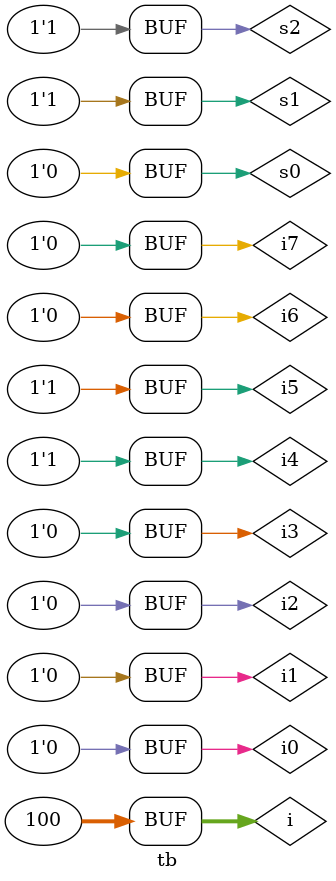
<source format=v>
module behavioral_mux_8by1(input i0,i1,i2,i3,i4,i5,i6,i7,s0,s1,s2, output reg y);
	
	always @(*) begin
		y = (~s0)&(~s1)&(~s2)&i0 || (~s2)&(~s1)&s0&i1 || (~s2)&s1&(~s0)&i2 || (~s2)&s1&s0&i3 || s2&(~s1)&(~s0)&i4 || s2&(~s1)&s0&i5 || s2&s1&(~s0)&i6 || s2&s1&s0&i7;
	end
endmodule

module tb();
	reg i0,i1,i2,i3,i4,i5,i6,i7,s0,s1,s2;
	wire y;
	integer i;
	
	behavioral_mux_8by1 mux(i0,i1,i2,i3,i4,i5,i6,i7,s0,s1,s2,y);
	
	initial begin	
		for(i = 0; i<100; i=i+1) begin
			{i0,i1,i2,i3,i4,i5,i6,i7,s0,s1,s2} = i;
			#1;
		end
	end
endmodule
		
		
</source>
